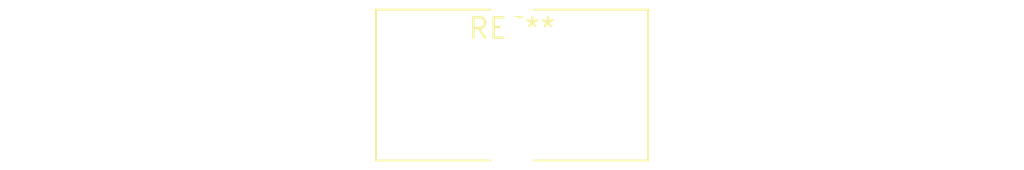
<source format=kicad_pcb>
(kicad_pcb (version 20240108) (generator pcbnew)
  (layers (0 "F.Cu" signal) (31 "B.Cu" signal) (34 "B.Paste" user) (35 "F.Paste" user) (36 "B.SilkS" user "B.Silkscreen") (37 "F.SilkS" user "F.Silkscreen") (38 "B.Mask" user) (39 "F.Mask" user) (44 "Edge.Cuts" user))
  (net 0 "")
  (footprint "L_Toroid_Vertical_L16.8mm_W9.2mm_P7.10mm_Vishay_TJ3_BigPads" (layer "F.Cu") (at 0 0)
    (property "Reference" "REF**")
    (property "Value" "L_Toroid_Vertical_L16.8mm_W9.2mm_P7.10mm_Vishay_TJ3_BigPads")
    (fp_line (start -8.52 -1.17) (end -8.52 8.27) (layer "F.SilkS") (stroke (width 0.12)))
    (fp_line (start -8.52 -1.17) (end -1.374 -1.17) (layer "F.SilkS") (stroke (width 0.12)))
    (fp_line (start -8.52 8.27) (end -1.374 8.27) (layer "F.SilkS") (stroke (width 0.12)))
    (fp_line (start 1.374 -1.17) (end 8.52 -1.17) (layer "F.SilkS") (stroke (width 0.12)))
    (fp_line (start 1.374 8.27) (end 8.52 8.27) (layer "F.SilkS") (stroke (width 0.12)))
    (fp_line (start 8.52 -1.17) (end 8.52 8.27) (layer "F.SilkS") (stroke (width 0.12)))
    (pad "1" thru_hole circle (at 0 0) (size 3 3) (drill 1.5) (layers *.Cu *.Mask) (remove_unused_layers))
    (pad "2" thru_hole circle (at 0 7.1) (size 3 3) (drill 1.5) (layers *.Cu *.Mask) (remove_unused_layers))
  )
)
</source>
